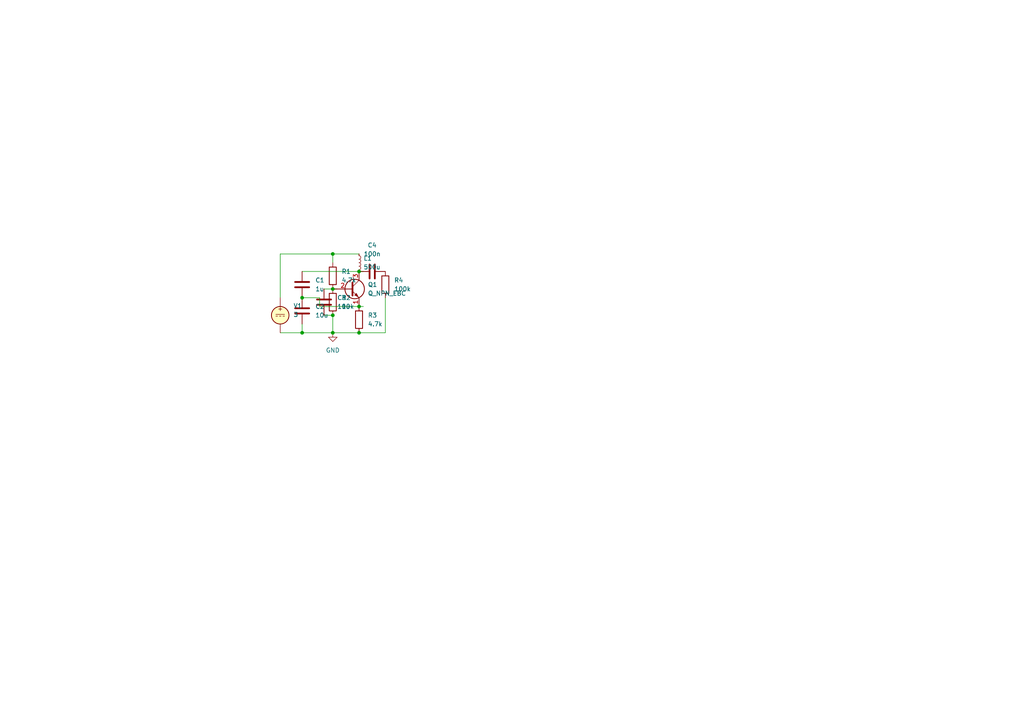
<source format=kicad_sch>
(kicad_sch (version 20211123) (generator eeschema)
  (paper "A4")
  (lib_symbols
    (symbol "Device:C" (pin_numbers hide) (pin_names (offset 0.254))
      (property "Reference" "C" (at 0.635 2.54 0))
      (property "Value" "C" (at 0.635 -2.54 0))
      (symbol "C_0_1"
        (polyline (pts (xy -2.032 -0.762) (xy 2.032 -0.762)) (stroke (width 0.508)))
        (polyline (pts (xy -2.032 0.762) (xy 2.032 0.762)) (stroke (width 0.508)))
      )
      (symbol "C_1_1"
        (pin passive line (at 0 3.81 270) (length 2.794) (name "~") (number "1"))
        (pin passive line (at 0 -3.81 90) (length 2.794) (name "~") (number "2"))
      )
    )
    (symbol "Device:L_Small" (pin_numbers hide) (pin_names (offset 0.254) hide)
      (property "Reference" "L" (at 0.762 1.016 0))
      (property "Value" "L_Small" (at 0.762 -1.016 0))
      (symbol "L_Small_0_1"
        (arc (start 0 -2.032) (mid 0.508 -1.524) (end 0 -1.016))
        (arc (start 0 -1.016) (mid 0.508 -0.508) (end 0 0))
        (arc (start 0 0) (mid 0.508 0.508) (end 0 1.016))
        (arc (start 0 1.016) (mid 0.508 1.524) (end 0 2.032))
      )
      (symbol "L_Small_1_1"
        (pin passive line (at 0 2.54 270) (length 0.508) (name "~") (number "1"))
        (pin passive line (at 0 -2.54 90) (length 0.508) (name "~") (number "2"))
      )
    )
    (symbol "Device:Q_NPN_EBC" (pin_names (offset 0) hide)
      (property "Reference" "Q" (at 5.08 1.27 0))
      (property "Value" "Q_NPN_EBC" (at 5.08 -1.27 0))
      (symbol "Q_NPN_EBC_0_1"
        (polyline (pts (xy 0.635 0.635) (xy 2.54 2.54)))
        (polyline (pts (xy 0.635 -0.635) (xy 2.54 -2.54) (xy 2.54 -2.54)))
        (polyline (pts (xy 0.635 1.905) (xy 0.635 -1.905) (xy 0.635 -1.905)) (stroke (width 0.508)))
        (polyline (pts (xy 1.27 -1.778) (xy 1.778 -1.27) (xy 2.286 -2.286) (xy 1.27 -1.778) (xy 1.27 -1.778)) (fill (type outline)))
        (circle (center 1.27 0) (radius 2.8194) (stroke (width 0.254)))
      )
      (symbol "Q_NPN_EBC_1_1"
        (pin passive line (at 2.54 -5.08 90) (length 2.54) (name "E") (number "1"))
        (pin passive line (at -5.08 0 0) (length 5.715) (name "B") (number "2"))
        (pin passive line (at 2.54 5.08 270) (length 2.54) (name "C") (number "3"))
      )
    )
    (symbol "Device:R" (pin_numbers hide) (pin_names (offset 0))
      (property "Reference" "R" (at 2.032 0 90))
      (property "Value" "R" (at 0 0 90))
      (symbol "R_0_1"
        (rectangle (start -1.016 -2.54) (end 1.016 2.54) (stroke (width 0.254)))
      )
      (symbol "R_1_1"
        (pin passive line (at 0 3.81 270) (length 1.27) (name "~") (number "1"))
        (pin passive line (at 0 -3.81 90) (length 1.27) (name "~") (number "2"))
      )
    )
    (symbol "Simulation_SPICE:VDC" (pin_numbers hide) (pin_names (offset 0.0254))
      (property "Reference" "V" (at 2.54 2.54 0))
      (property "Value" "VDC" (at 2.54 0 0))
      (property "Spice_Model" "dc(1)" (at 2.54 -2.54 0))
      (symbol "VDC_0_0"
        (polyline (pts (xy -1.27 0.254) (xy 1.27 0.254)))
        (polyline (pts (xy -0.762 -0.254) (xy -1.27 -0.254)))
        (polyline (pts (xy 0.254 -0.254) (xy -0.254 -0.254)))
        (polyline (pts (xy 1.27 -0.254) (xy 0.762 -0.254)))
        (text "+" (at 0 1.905 0) (effects (font (size 1.27 1.27))))
      )
      (symbol "VDC_0_1"
        (circle (center 0 0) (radius 2.54) (stroke (width 0.254)) (fill (type background)))
      )
      (symbol "VDC_1_1"
        (pin passive line (at 0 5.08 270) (length 2.54) (name "~") (number "1"))
        (pin passive line (at 0 -5.08 90) (length 2.54) (name "~") (number "2"))
      )
    )
    (symbol "power:GND" (power) (pin_names (offset 0))
      (property "Value" "GND" (at 0 -3.81 0))
      (symbol "GND_0_1"
        (polyline (pts (xy 0 0) (xy 0 -1.27) (xy 1.27 -1.27) (xy 0 -2.54) (xy -1.27 -1.27) (xy 0 -1.27)))
      )
      (symbol "GND_1_1"
        (pin power_in line (at 0 0 270) (length 0) hide (name "GND") (number "1"))
      )
    )
  )
  (junction (at 104.14 78.74))
  (junction (at 87.63 96.52))
  (junction (at 96.52 91.44))
  (junction (at 87.63 86.36))
  (junction (at 96.52 73.66))
  (junction (at 96.52 83.82))
  (junction (at 96.52 96.52))
  (junction (at 104.14 96.52))
  (junction (at 104.14 88.9))
  (wire (pts (xy 97.79 83.82) (xy 96.52 83.82)))
  (wire (pts (xy 104.14 96.52) (xy 111.76 96.52)))
  (wire (pts (xy 92.71 88.9) (xy 104.14 88.9)))
  (wire (pts (xy 81.28 73.66) (xy 96.52 73.66)))
  (wire (pts (xy 92.71 86.36) (xy 92.71 88.9)))
  (wire (pts (xy 105.41 88.9) (xy 104.14 88.9)))
  (wire (pts (xy 93.98 91.44) (xy 96.52 91.44)))
  (wire (pts (xy 81.28 96.52) (xy 87.63 96.52)))
  (wire (pts (xy 93.98 83.82) (xy 96.52 83.82)))
  (wire (pts (xy 87.63 96.52) (xy 96.52 96.52)))
  (wire (pts (xy 87.63 86.36) (xy 92.71 86.36)))
  (wire (pts (xy 96.52 73.66) (xy 104.14 73.66)))
  (wire (pts (xy 87.63 78.74) (xy 104.14 78.74)))
  (wire (pts (xy 81.28 73.66) (xy 81.28 86.36)))
  (wire (pts (xy 105.41 78.74) (xy 104.14 78.74)))
  (wire (pts (xy 96.52 96.52) (xy 104.14 96.52)))
  (wire (pts (xy 96.52 91.44) (xy 96.52 96.52)))
  (wire (pts (xy 96.52 76.2) (xy 96.52 73.66)))
  (wire (pts (xy 87.63 93.98) (xy 87.63 96.52)))
  (wire (pts (xy 111.76 86.36) (xy 111.76 96.52)))
  (symbol (lib_id "Device:R") (at 104.14 92.71 0) (unit 1)
    (property "Reference" "R3" (at 106.68 91.4399 0) (effects (justify left)))
    (property "Value" "4.7k" (at 106.68 93.9799 0) (effects (justify left)))
    (property "Spice_Primitive" "R" (effects hide))
    (property "Spice_Model" "4.7k" (effects hide))
    (property "Spice_Netlist_Enabled" "Y" (effects hide))
  )
  (symbol (lib_id "Device:C") (at 87.63 90.17 0) (unit 1)
    (property "Reference" "C2" (at 91.44 88.8999 0) (effects (justify left)))
    (property "Value" "10u" (at 91.44 91.4399 0) (effects (justify left)))
    (property "Spice_Primitive" "C" (effects hide))
    (property "Spice_Model" "10u" (effects hide))
    (property "Spice_Netlist_Enabled" "Y" (effects hide))
  )
  (symbol (lib_id "Device:C") (at 93.98 87.63 0) (unit 1)
    (property "Reference" "C3" (at 97.79 86.3599 0) (effects (justify left)))
    (property "Value" "10u" (at 97.79 88.8999 0) (effects (justify left)))
    (property "Spice_Primitive" "C" (effects hide))
    (property "Spice_Model" "10u" (effects hide))
    (property "Spice_Netlist_Enabled" "Y" (effects hide))
  )
  (symbol (lib_id "Device:R") (at 96.52 80.01 0) (unit 1)
    (property "Reference" "R1" (at 99.06 78.7399 0) (effects (justify left)))
    (property "Value" "4.7k" (at 99.06 81.2799 0) (effects (justify left)))
    (property "Spice_Primitive" "R" (effects hide))
    (property "Spice_Model" "4.7k" (effects hide))
    (property "Spice_Netlist_Enabled" "Y" (effects hide))
  )
  (symbol (lib_id "power:GND") (at 96.52 96.52 0) (unit 1)
    (property "Reference" "#PWR01" (effects hide))
    (property "Value" "GND" (at 96.52 101.6 0))
  )
  (symbol (lib_id "Device:C") (at 107.95 78.74 270) (unit 1)
    (property "Reference" "C4" (at 107.95 71.12 90))
    (property "Value" "100n" (at 107.95 73.66 90))
    (property "Spice_Primitive" "C" (effects hide))
    (property "Spice_Model" "100n" (effects hide))
    (property "Spice_Netlist_Enabled" "Y" (effects hide))
  )
  (symbol (lib_id "Device:C") (at 87.63 82.55 0) (unit 1)
    (property "Reference" "C1" (at 91.44 81.2799 0) (effects (justify left)))
    (property "Value" "1u" (at 91.44 83.8199 0) (effects (justify left)))
    (property "Spice_Primitive" "C" (effects hide))
    (property "Spice_Model" "1u" (effects hide))
    (property "Spice_Netlist_Enabled" "Y" (effects hide))
  )
  (symbol (lib_id "Device:L_Small") (at 104.14 76.2 0) (unit 1)
    (property "Reference" "L1" (at 105.41 74.9299 0) (effects (justify left)))
    (property "Value" "500u" (at 105.41 77.4699 0) (effects (justify left)))
    (property "Spice_Primitive" "L" (effects hide))
    (property "Spice_Model" "500u" (effects hide))
    (property "Spice_Netlist_Enabled" "Y" (effects hide))
  )
  (symbol (lib_id "Device:R") (at 96.52 87.63 0) (unit 1)
    (property "Reference" "R2" (at 99.06 86.3599 0) (effects (justify left)))
    (property "Value" "10k" (at 99.06 88.8999 0) (effects (justify left)))
    (property "Spice_Primitive" "R" (effects hide))
    (property "Spice_Model" "10k" (effects hide))
    (property "Spice_Netlist_Enabled" "Y" (effects hide))
  )
  (symbol (lib_id "Device:R") (at 111.76 82.55 0) (unit 1)
    (property "Reference" "R4" (at 114.3 81.2799 0) (effects (justify left)))
    (property "Value" "100k" (at 114.3 83.8199 0) (effects (justify left)))
    (property "Spice_Primitive" "R" (effects hide))
    (property "Spice_Model" "100k" (effects hide))
    (property "Spice_Netlist_Enabled" "Y" (effects hide))
  )
  (symbol (lib_id "Device:Q_NPN_EBC") (at 101.6 83.82 0) (unit 1)
    (property "Reference" "Q1" (at 106.68 82.55 0) (effects (justify left)))
    (property "Value" "Q_NPN_EBC" (at 106.68 85.09 0) (effects (justify left)))
    (property "Spice_Primitive" "Q" (effects hide))
    (property "Spice_Model" "QMOD" (effects hide))
    (property "Spice_Netlist_Enabled" "Y" (effects hide))
    (property "Spice_Lib_File" "Q.mod" (effects hide))
  )
  (symbol (lib_id "Simulation_SPICE:VDC") (at 81.28 91.44 0) (unit 1)
    (property "Reference" "V1" (at 85.09 88.7101 0) (effects (justify left)))
    (property "Value" "VDC" (at 85.09 91.2501 0) (effects (justify left)))
    (property "Spice_Netlist_Enabled" "Y" (effects hide))
    (property "Spice_Primitive" "V" (effects hide))
    (property "Spice_Model" "dc 3" (at 85.09 93.7901 0) (effects (justify left)))
  )
)
</source>
